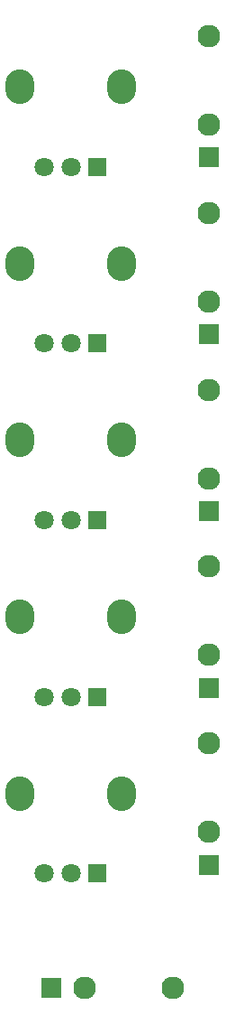
<source format=gbr>
%TF.GenerationSoftware,KiCad,Pcbnew,(7.0.0)*%
%TF.CreationDate,2023-03-10T05:54:07-08:00*%
%TF.ProjectId,wismix,7769736d-6978-42e6-9b69-6361645f7063,rev?*%
%TF.SameCoordinates,Original*%
%TF.FileFunction,Soldermask,Bot*%
%TF.FilePolarity,Negative*%
%FSLAX46Y46*%
G04 Gerber Fmt 4.6, Leading zero omitted, Abs format (unit mm)*
G04 Created by KiCad (PCBNEW (7.0.0)) date 2023-03-10 05:54:07*
%MOMM*%
%LPD*%
G01*
G04 APERTURE LIST*
%ADD10O,2.720000X3.240000*%
%ADD11R,1.800000X1.800000*%
%ADD12C,1.800000*%
%ADD13C,2.130000*%
%ADD14R,1.830000X1.930000*%
%ADD15R,1.930000X1.830000*%
G04 APERTURE END LIST*
D10*
%TO.C,RV5*%
X35072499Y-103249999D03*
X25472499Y-103249999D03*
D11*
X32772499Y-110749999D03*
D12*
X30272500Y-110750000D03*
X27772500Y-110750000D03*
%TD*%
%TO.C,RV4*%
X27772500Y-94175000D03*
X30272500Y-94175000D03*
D11*
X32772499Y-94174999D03*
D10*
X25472499Y-86674999D03*
X35072499Y-86674999D03*
%TD*%
%TO.C,RV3*%
X35072499Y-70099999D03*
X25472499Y-70099999D03*
D11*
X32772499Y-77599999D03*
D12*
X30272500Y-77600000D03*
X27772500Y-77600000D03*
%TD*%
%TO.C,RV2*%
X27772500Y-61025000D03*
X30272500Y-61025000D03*
D11*
X32772499Y-61024999D03*
D10*
X25472499Y-53524999D03*
X35072499Y-53524999D03*
%TD*%
D12*
%TO.C,RV1*%
X27772500Y-44475000D03*
X30272500Y-44475000D03*
D11*
X32772499Y-44474999D03*
D10*
X25472499Y-36974999D03*
X35072499Y-36974999D03*
%TD*%
D13*
%TO.C,J7*%
X31570000Y-121500000D03*
X39870000Y-121500000D03*
D14*
X28469999Y-121499999D03*
%TD*%
D15*
%TO.C,J6*%
X43272499Y-109924999D03*
D13*
X43272500Y-98525000D03*
X43272500Y-106825000D03*
%TD*%
%TO.C,J5*%
X43272500Y-90250000D03*
X43272500Y-81950000D03*
D15*
X43272499Y-93349999D03*
%TD*%
D13*
%TO.C,J4*%
X43272500Y-73675000D03*
X43272500Y-65375000D03*
D15*
X43272499Y-76774999D03*
%TD*%
D13*
%TO.C,J3*%
X43258674Y-57100000D03*
X43258674Y-48800000D03*
D15*
X43258673Y-60199999D03*
%TD*%
%TO.C,J2*%
X43272499Y-43599999D03*
D13*
X43272500Y-32200000D03*
X43272500Y-40500000D03*
%TD*%
M02*

</source>
